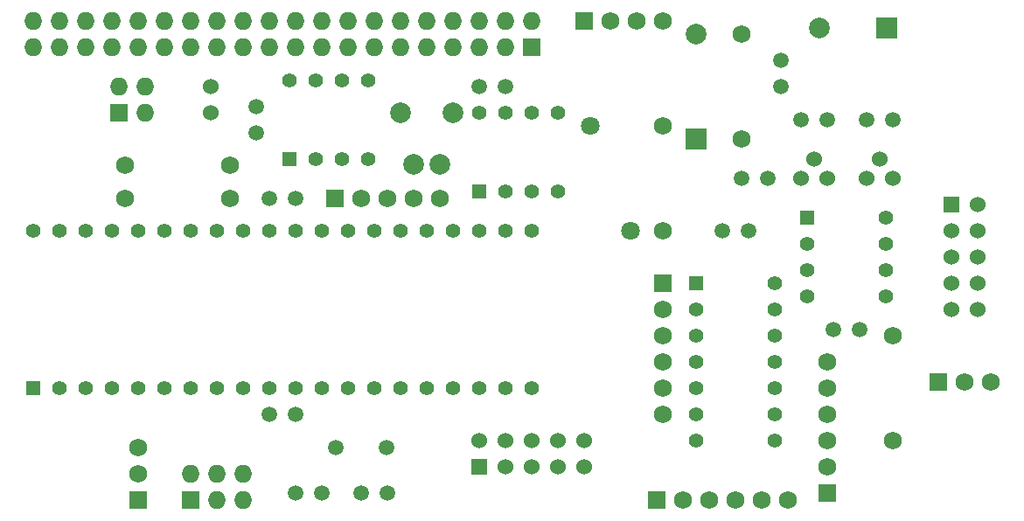
<source format=gts>
%FSLAX36Y36*%
G04 Gerber Fmt 3.6, Leading zero omitted, Abs format (unit inch)*
G04 Created by KiCad (PCBNEW (2014-jul-16 BZR unknown)-product) date Sun 08 Feb 2015 08:42:31 PM PST*
%MOIN*%
G01*
G04 APERTURE LIST*
%ADD10C,0.003937*%
%ADD11C,0.068000*%
%ADD12C,0.059100*%
%ADD13C,0.078700*%
%ADD14R,0.078700X0.078700*%
%ADD15C,0.060000*%
%ADD16R,0.068000X0.068000*%
%ADD17O,0.068000X0.068000*%
%ADD18R,0.060000X0.060000*%
%ADD19R,0.055000X0.055000*%
%ADD20C,0.055000*%
%ADD21C,0.078740*%
%ADD22C,0.070866*%
G04 APERTURE END LIST*
D10*
D11*
X7375000Y-5200000D03*
X7375000Y-5600000D03*
X6800000Y-4050000D03*
X6800000Y-4450000D03*
X4450000Y-4675000D03*
X4850000Y-4675000D03*
X4450000Y-4550000D03*
X4850000Y-4550000D03*
X6500000Y-4800000D03*
X6500000Y-4400000D03*
D12*
X5200000Y-5800000D03*
X5100000Y-5800000D03*
X5350000Y-5800000D03*
X5450000Y-5800000D03*
X5000000Y-5500000D03*
X5100000Y-5500000D03*
X5100000Y-4675000D03*
X5000000Y-4675000D03*
X7250000Y-5175000D03*
X7150000Y-5175000D03*
X6950000Y-4250000D03*
X6950000Y-4150000D03*
X6725000Y-4800000D03*
X6825000Y-4800000D03*
X7125000Y-4375000D03*
X7025000Y-4375000D03*
X7375000Y-4375000D03*
X7275000Y-4375000D03*
X6900000Y-4600000D03*
X6800000Y-4600000D03*
X5800000Y-4250000D03*
X5900000Y-4250000D03*
X4950000Y-4325000D03*
X4950000Y-4425000D03*
D13*
X6625000Y-4050000D03*
D14*
X6625000Y-4450000D03*
D15*
X4775000Y-4350000D03*
X4775000Y-4250000D03*
D16*
X7550000Y-5375000D03*
D11*
X7650000Y-5375000D03*
X7750000Y-5375000D03*
D16*
X4425000Y-4350000D03*
D17*
X4425000Y-4250000D03*
X4525000Y-4350000D03*
X4525000Y-4250000D03*
D16*
X6000000Y-4100000D03*
D17*
X6000000Y-4000000D03*
X5900000Y-4100000D03*
X5900000Y-4000000D03*
X5800000Y-4100000D03*
X5800000Y-4000000D03*
X5700000Y-4100000D03*
X5700000Y-4000000D03*
X5600000Y-4100000D03*
X5600000Y-4000000D03*
X5500000Y-4100000D03*
X5500000Y-4000000D03*
X5400000Y-4100000D03*
X5400000Y-4000000D03*
X5300000Y-4100000D03*
X5300000Y-4000000D03*
X5200000Y-4100000D03*
X5200000Y-4000000D03*
X5100000Y-4100000D03*
X5100000Y-4000000D03*
X5000000Y-4100000D03*
X5000000Y-4000000D03*
X4900000Y-4100000D03*
X4900000Y-4000000D03*
X4800000Y-4100000D03*
X4800000Y-4000000D03*
X4700000Y-4100000D03*
X4700000Y-4000000D03*
X4600000Y-4100000D03*
X4600000Y-4000000D03*
X4500000Y-4100000D03*
X4500000Y-4000000D03*
X4400000Y-4100000D03*
X4400000Y-4000000D03*
X4300000Y-4100000D03*
X4300000Y-4000000D03*
X4200000Y-4100000D03*
X4200000Y-4000000D03*
X4100000Y-4100000D03*
X4100000Y-4000000D03*
D18*
X7600000Y-4700000D03*
D15*
X7700000Y-4700000D03*
X7600000Y-4800000D03*
X7700000Y-4800000D03*
X7600000Y-4900000D03*
X7700000Y-4900000D03*
X7600000Y-5000000D03*
X7700000Y-5000000D03*
X7600000Y-5100000D03*
X7700000Y-5100000D03*
D16*
X6475000Y-5825000D03*
D11*
X6575000Y-5825000D03*
X6675000Y-5825000D03*
X6775000Y-5825000D03*
X6875000Y-5825000D03*
X6975000Y-5825000D03*
D16*
X7125000Y-5800000D03*
D11*
X7125000Y-5700000D03*
X7125000Y-5600000D03*
X7125000Y-5500000D03*
X7125000Y-5400000D03*
X7125000Y-5300000D03*
D16*
X4700000Y-5825000D03*
D17*
X4700000Y-5725000D03*
X4800000Y-5825000D03*
X4800000Y-5725000D03*
X4900000Y-5825000D03*
X4900000Y-5725000D03*
D16*
X6200000Y-4000000D03*
D11*
X6300000Y-4000000D03*
X6400000Y-4000000D03*
X6500000Y-4000000D03*
D18*
X5800000Y-5700000D03*
D15*
X5800000Y-5600000D03*
X5900000Y-5700000D03*
X5900000Y-5600000D03*
X6000000Y-5700000D03*
X6000000Y-5600000D03*
X6100000Y-5700000D03*
X6100000Y-5600000D03*
X6200000Y-5700000D03*
X6200000Y-5600000D03*
D16*
X6500000Y-5000000D03*
D11*
X6500000Y-5100000D03*
X6500000Y-5200000D03*
X6500000Y-5300000D03*
X6500000Y-5400000D03*
X6500000Y-5500000D03*
D14*
X7353000Y-4025000D03*
D13*
X7097000Y-4025000D03*
D19*
X5800000Y-4650000D03*
D20*
X5900000Y-4650000D03*
X6000000Y-4650000D03*
X6100000Y-4650000D03*
X6100000Y-4350000D03*
X6000000Y-4350000D03*
X5900000Y-4350000D03*
X5800000Y-4350000D03*
D19*
X6625000Y-5000000D03*
D20*
X6625000Y-5100000D03*
X6625000Y-5200000D03*
X6625000Y-5300000D03*
X6625000Y-5400000D03*
X6625000Y-5500000D03*
X6625000Y-5600000D03*
X6925000Y-5600000D03*
X6925000Y-5500000D03*
X6925000Y-5400000D03*
X6925000Y-5300000D03*
X6925000Y-5200000D03*
X6925000Y-5100000D03*
X6925000Y-5000000D03*
D19*
X7050000Y-4750000D03*
D20*
X7050000Y-4850000D03*
X7050000Y-4950000D03*
X7050000Y-5050000D03*
X7350000Y-5050000D03*
X7350000Y-4950000D03*
X7350000Y-4850000D03*
X7350000Y-4750000D03*
D15*
X7275000Y-4600000D03*
X7325000Y-4525000D03*
X7375000Y-4600000D03*
D19*
X4100000Y-5400000D03*
D20*
X4200000Y-5400000D03*
X4300000Y-5400000D03*
X4400000Y-5400000D03*
X4500000Y-5400000D03*
X4600000Y-5400000D03*
X4700000Y-5400000D03*
X4800000Y-5400000D03*
X4900000Y-5400000D03*
X5000000Y-5400000D03*
X5100000Y-5400000D03*
X5200000Y-5400000D03*
X5300000Y-5400000D03*
X5400000Y-5400000D03*
X5500000Y-5400000D03*
X5600000Y-5400000D03*
X5700000Y-5400000D03*
X5800000Y-5400000D03*
X5900000Y-5400000D03*
X6000000Y-5400000D03*
X6000000Y-4800000D03*
X5900000Y-4800000D03*
X5800000Y-4800000D03*
X5700000Y-4800000D03*
X5600000Y-4800000D03*
X5500000Y-4800000D03*
X5400000Y-4800000D03*
X5300000Y-4800000D03*
X5200000Y-4800000D03*
X5100000Y-4800000D03*
X5000000Y-4800000D03*
X4900000Y-4800000D03*
X4800000Y-4800000D03*
X4700000Y-4800000D03*
X4600000Y-4800000D03*
X4500000Y-4800000D03*
X4400000Y-4800000D03*
X4300000Y-4800000D03*
X4200000Y-4800000D03*
X4100000Y-4800000D03*
D15*
X7025000Y-4600000D03*
X7075000Y-4525000D03*
X7125000Y-4600000D03*
D19*
X5075000Y-4525000D03*
D20*
X5175000Y-4525000D03*
X5275000Y-4525000D03*
X5375000Y-4525000D03*
X5375000Y-4225000D03*
X5275000Y-4225000D03*
X5175000Y-4225000D03*
X5075000Y-4225000D03*
D12*
X5253900Y-5625000D03*
X5446100Y-5625000D03*
D21*
X5650000Y-4546850D03*
X5550000Y-4546850D03*
X5700000Y-4350000D03*
X5500000Y-4350000D03*
D16*
X5250000Y-4675000D03*
D11*
X5350000Y-4675000D03*
X5450000Y-4675000D03*
X5550000Y-4675000D03*
X5650000Y-4675000D03*
D22*
X6375787Y-4800197D03*
X6224213Y-4399803D03*
D16*
X4500000Y-5825000D03*
D11*
X4500000Y-5725000D03*
X4500000Y-5625000D03*
M02*

</source>
